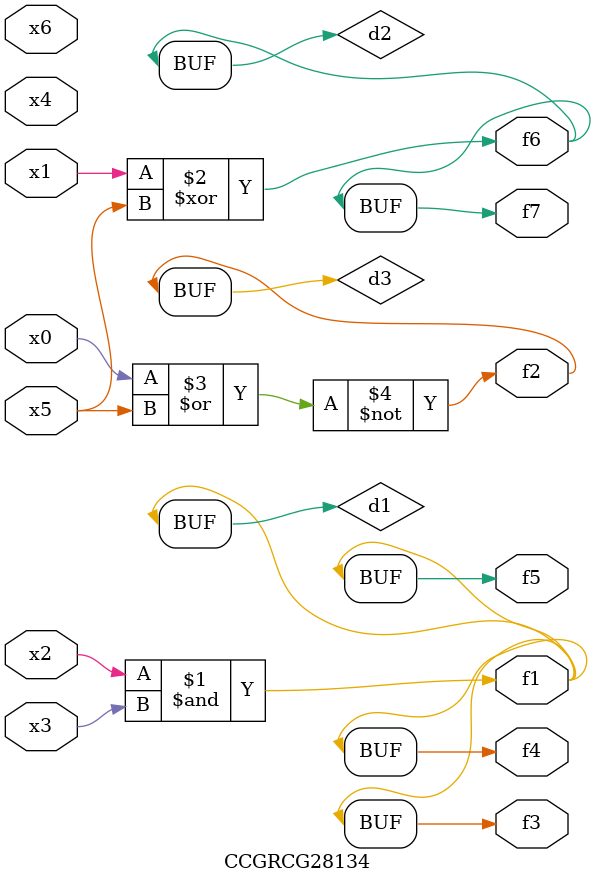
<source format=v>
module CCGRCG28134(
	input x0, x1, x2, x3, x4, x5, x6,
	output f1, f2, f3, f4, f5, f6, f7
);

	wire d1, d2, d3;

	and (d1, x2, x3);
	xor (d2, x1, x5);
	nor (d3, x0, x5);
	assign f1 = d1;
	assign f2 = d3;
	assign f3 = d1;
	assign f4 = d1;
	assign f5 = d1;
	assign f6 = d2;
	assign f7 = d2;
endmodule

</source>
